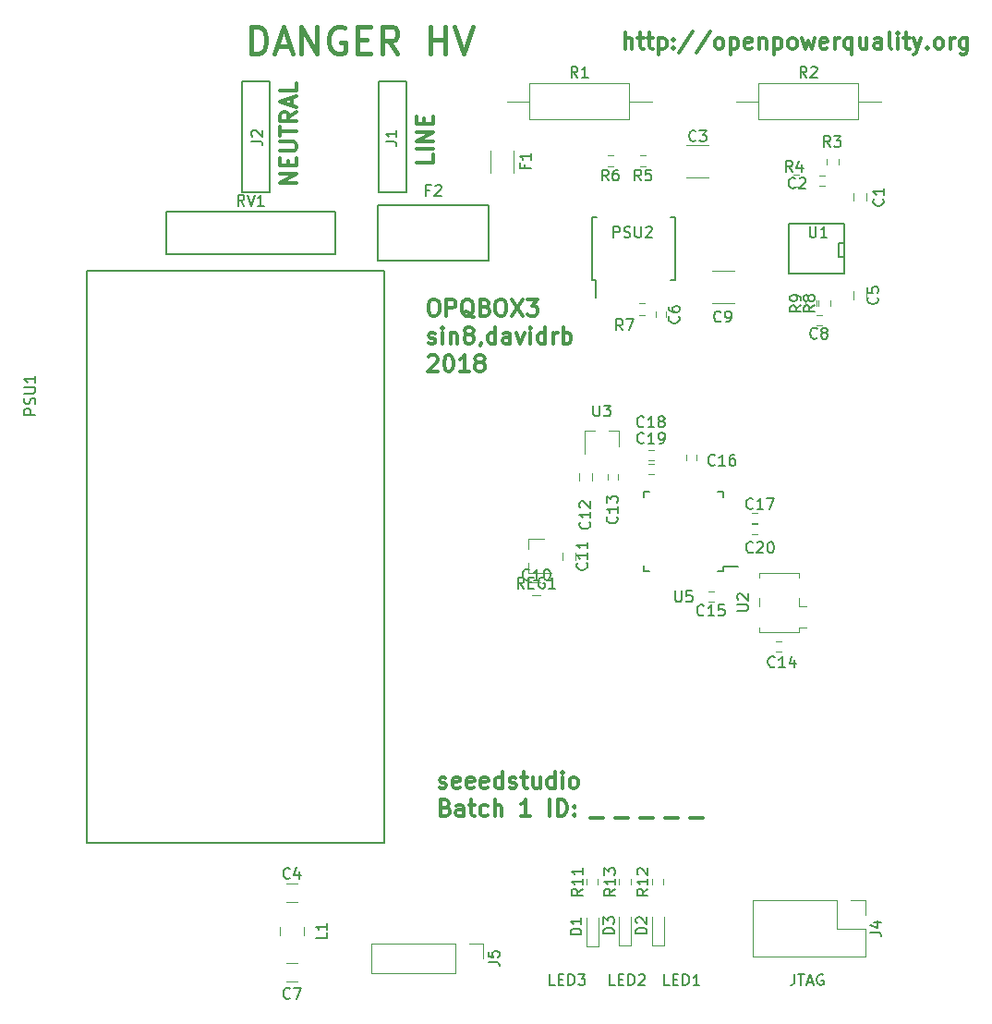
<source format=gbr>
G04 #@! TF.FileFunction,Legend,Top*
%FSLAX46Y46*%
G04 Gerber Fmt 4.6, Leading zero omitted, Abs format (unit mm)*
G04 Created by KiCad (PCBNEW 4.0.7) date Wed May 16 13:08:39 2018*
%MOMM*%
%LPD*%
G01*
G04 APERTURE LIST*
%ADD10C,0.100000*%
%ADD11C,0.300000*%
%ADD12C,0.200000*%
%ADD13C,0.400000*%
%ADD14C,0.150000*%
%ADD15C,0.120000*%
G04 APERTURE END LIST*
D10*
D11*
X129285714Y-139332143D02*
X129428571Y-139403571D01*
X129714286Y-139403571D01*
X129857143Y-139332143D01*
X129928571Y-139189286D01*
X129928571Y-139117857D01*
X129857143Y-138975000D01*
X129714286Y-138903571D01*
X129500000Y-138903571D01*
X129357143Y-138832143D01*
X129285714Y-138689286D01*
X129285714Y-138617857D01*
X129357143Y-138475000D01*
X129500000Y-138403571D01*
X129714286Y-138403571D01*
X129857143Y-138475000D01*
X131142857Y-139332143D02*
X131000000Y-139403571D01*
X130714286Y-139403571D01*
X130571429Y-139332143D01*
X130500000Y-139189286D01*
X130500000Y-138617857D01*
X130571429Y-138475000D01*
X130714286Y-138403571D01*
X131000000Y-138403571D01*
X131142857Y-138475000D01*
X131214286Y-138617857D01*
X131214286Y-138760714D01*
X130500000Y-138903571D01*
X132428571Y-139332143D02*
X132285714Y-139403571D01*
X132000000Y-139403571D01*
X131857143Y-139332143D01*
X131785714Y-139189286D01*
X131785714Y-138617857D01*
X131857143Y-138475000D01*
X132000000Y-138403571D01*
X132285714Y-138403571D01*
X132428571Y-138475000D01*
X132500000Y-138617857D01*
X132500000Y-138760714D01*
X131785714Y-138903571D01*
X133714285Y-139332143D02*
X133571428Y-139403571D01*
X133285714Y-139403571D01*
X133142857Y-139332143D01*
X133071428Y-139189286D01*
X133071428Y-138617857D01*
X133142857Y-138475000D01*
X133285714Y-138403571D01*
X133571428Y-138403571D01*
X133714285Y-138475000D01*
X133785714Y-138617857D01*
X133785714Y-138760714D01*
X133071428Y-138903571D01*
X135071428Y-139403571D02*
X135071428Y-137903571D01*
X135071428Y-139332143D02*
X134928571Y-139403571D01*
X134642857Y-139403571D01*
X134499999Y-139332143D01*
X134428571Y-139260714D01*
X134357142Y-139117857D01*
X134357142Y-138689286D01*
X134428571Y-138546429D01*
X134499999Y-138475000D01*
X134642857Y-138403571D01*
X134928571Y-138403571D01*
X135071428Y-138475000D01*
X135714285Y-139332143D02*
X135857142Y-139403571D01*
X136142857Y-139403571D01*
X136285714Y-139332143D01*
X136357142Y-139189286D01*
X136357142Y-139117857D01*
X136285714Y-138975000D01*
X136142857Y-138903571D01*
X135928571Y-138903571D01*
X135785714Y-138832143D01*
X135714285Y-138689286D01*
X135714285Y-138617857D01*
X135785714Y-138475000D01*
X135928571Y-138403571D01*
X136142857Y-138403571D01*
X136285714Y-138475000D01*
X136785714Y-138403571D02*
X137357143Y-138403571D01*
X137000000Y-137903571D02*
X137000000Y-139189286D01*
X137071428Y-139332143D01*
X137214286Y-139403571D01*
X137357143Y-139403571D01*
X138500000Y-138403571D02*
X138500000Y-139403571D01*
X137857143Y-138403571D02*
X137857143Y-139189286D01*
X137928571Y-139332143D01*
X138071429Y-139403571D01*
X138285714Y-139403571D01*
X138428571Y-139332143D01*
X138500000Y-139260714D01*
X139857143Y-139403571D02*
X139857143Y-137903571D01*
X139857143Y-139332143D02*
X139714286Y-139403571D01*
X139428572Y-139403571D01*
X139285714Y-139332143D01*
X139214286Y-139260714D01*
X139142857Y-139117857D01*
X139142857Y-138689286D01*
X139214286Y-138546429D01*
X139285714Y-138475000D01*
X139428572Y-138403571D01*
X139714286Y-138403571D01*
X139857143Y-138475000D01*
X140571429Y-139403571D02*
X140571429Y-138403571D01*
X140571429Y-137903571D02*
X140500000Y-137975000D01*
X140571429Y-138046429D01*
X140642857Y-137975000D01*
X140571429Y-137903571D01*
X140571429Y-138046429D01*
X141500001Y-139403571D02*
X141357143Y-139332143D01*
X141285715Y-139260714D01*
X141214286Y-139117857D01*
X141214286Y-138689286D01*
X141285715Y-138546429D01*
X141357143Y-138475000D01*
X141500001Y-138403571D01*
X141714286Y-138403571D01*
X141857143Y-138475000D01*
X141928572Y-138546429D01*
X142000001Y-138689286D01*
X142000001Y-139117857D01*
X141928572Y-139260714D01*
X141857143Y-139332143D01*
X141714286Y-139403571D01*
X141500001Y-139403571D01*
X129857143Y-141167857D02*
X130071429Y-141239286D01*
X130142857Y-141310714D01*
X130214286Y-141453571D01*
X130214286Y-141667857D01*
X130142857Y-141810714D01*
X130071429Y-141882143D01*
X129928571Y-141953571D01*
X129357143Y-141953571D01*
X129357143Y-140453571D01*
X129857143Y-140453571D01*
X130000000Y-140525000D01*
X130071429Y-140596429D01*
X130142857Y-140739286D01*
X130142857Y-140882143D01*
X130071429Y-141025000D01*
X130000000Y-141096429D01*
X129857143Y-141167857D01*
X129357143Y-141167857D01*
X131500000Y-141953571D02*
X131500000Y-141167857D01*
X131428571Y-141025000D01*
X131285714Y-140953571D01*
X131000000Y-140953571D01*
X130857143Y-141025000D01*
X131500000Y-141882143D02*
X131357143Y-141953571D01*
X131000000Y-141953571D01*
X130857143Y-141882143D01*
X130785714Y-141739286D01*
X130785714Y-141596429D01*
X130857143Y-141453571D01*
X131000000Y-141382143D01*
X131357143Y-141382143D01*
X131500000Y-141310714D01*
X132000000Y-140953571D02*
X132571429Y-140953571D01*
X132214286Y-140453571D02*
X132214286Y-141739286D01*
X132285714Y-141882143D01*
X132428572Y-141953571D01*
X132571429Y-141953571D01*
X133714286Y-141882143D02*
X133571429Y-141953571D01*
X133285715Y-141953571D01*
X133142857Y-141882143D01*
X133071429Y-141810714D01*
X133000000Y-141667857D01*
X133000000Y-141239286D01*
X133071429Y-141096429D01*
X133142857Y-141025000D01*
X133285715Y-140953571D01*
X133571429Y-140953571D01*
X133714286Y-141025000D01*
X134357143Y-141953571D02*
X134357143Y-140453571D01*
X135000000Y-141953571D02*
X135000000Y-141167857D01*
X134928571Y-141025000D01*
X134785714Y-140953571D01*
X134571429Y-140953571D01*
X134428571Y-141025000D01*
X134357143Y-141096429D01*
X137642857Y-141953571D02*
X136785714Y-141953571D01*
X137214286Y-141953571D02*
X137214286Y-140453571D01*
X137071429Y-140667857D01*
X136928571Y-140810714D01*
X136785714Y-140882143D01*
X139428571Y-141953571D02*
X139428571Y-140453571D01*
X140142857Y-141953571D02*
X140142857Y-140453571D01*
X140500000Y-140453571D01*
X140714285Y-140525000D01*
X140857143Y-140667857D01*
X140928571Y-140810714D01*
X141000000Y-141096429D01*
X141000000Y-141310714D01*
X140928571Y-141596429D01*
X140857143Y-141739286D01*
X140714285Y-141882143D01*
X140500000Y-141953571D01*
X140142857Y-141953571D01*
X141642857Y-141810714D02*
X141714285Y-141882143D01*
X141642857Y-141953571D01*
X141571428Y-141882143D01*
X141642857Y-141810714D01*
X141642857Y-141953571D01*
X141642857Y-141025000D02*
X141714285Y-141096429D01*
X141642857Y-141167857D01*
X141571428Y-141096429D01*
X141642857Y-141025000D01*
X141642857Y-141167857D01*
X143142857Y-142096429D02*
X144285714Y-142096429D01*
X145428571Y-142096429D02*
X146571428Y-142096429D01*
X147714285Y-142096429D02*
X148857142Y-142096429D01*
X149999999Y-142096429D02*
X151142856Y-142096429D01*
X152285713Y-142096429D02*
X153428570Y-142096429D01*
D12*
X139880953Y-157452381D02*
X139404762Y-157452381D01*
X139404762Y-156452381D01*
X140214286Y-156928571D02*
X140547620Y-156928571D01*
X140690477Y-157452381D02*
X140214286Y-157452381D01*
X140214286Y-156452381D01*
X140690477Y-156452381D01*
X141119048Y-157452381D02*
X141119048Y-156452381D01*
X141357143Y-156452381D01*
X141500001Y-156500000D01*
X141595239Y-156595238D01*
X141642858Y-156690476D01*
X141690477Y-156880952D01*
X141690477Y-157023810D01*
X141642858Y-157214286D01*
X141595239Y-157309524D01*
X141500001Y-157404762D01*
X141357143Y-157452381D01*
X141119048Y-157452381D01*
X142023810Y-156452381D02*
X142642858Y-156452381D01*
X142309524Y-156833333D01*
X142452382Y-156833333D01*
X142547620Y-156880952D01*
X142595239Y-156928571D01*
X142642858Y-157023810D01*
X142642858Y-157261905D01*
X142595239Y-157357143D01*
X142547620Y-157404762D01*
X142452382Y-157452381D01*
X142166667Y-157452381D01*
X142071429Y-157404762D01*
X142023810Y-157357143D01*
X145380953Y-157452381D02*
X144904762Y-157452381D01*
X144904762Y-156452381D01*
X145714286Y-156928571D02*
X146047620Y-156928571D01*
X146190477Y-157452381D02*
X145714286Y-157452381D01*
X145714286Y-156452381D01*
X146190477Y-156452381D01*
X146619048Y-157452381D02*
X146619048Y-156452381D01*
X146857143Y-156452381D01*
X147000001Y-156500000D01*
X147095239Y-156595238D01*
X147142858Y-156690476D01*
X147190477Y-156880952D01*
X147190477Y-157023810D01*
X147142858Y-157214286D01*
X147095239Y-157309524D01*
X147000001Y-157404762D01*
X146857143Y-157452381D01*
X146619048Y-157452381D01*
X147571429Y-156547619D02*
X147619048Y-156500000D01*
X147714286Y-156452381D01*
X147952382Y-156452381D01*
X148047620Y-156500000D01*
X148095239Y-156547619D01*
X148142858Y-156642857D01*
X148142858Y-156738095D01*
X148095239Y-156880952D01*
X147523810Y-157452381D01*
X148142858Y-157452381D01*
X150380953Y-157452381D02*
X149904762Y-157452381D01*
X149904762Y-156452381D01*
X150714286Y-156928571D02*
X151047620Y-156928571D01*
X151190477Y-157452381D02*
X150714286Y-157452381D01*
X150714286Y-156452381D01*
X151190477Y-156452381D01*
X151619048Y-157452381D02*
X151619048Y-156452381D01*
X151857143Y-156452381D01*
X152000001Y-156500000D01*
X152095239Y-156595238D01*
X152142858Y-156690476D01*
X152190477Y-156880952D01*
X152190477Y-157023810D01*
X152142858Y-157214286D01*
X152095239Y-157309524D01*
X152000001Y-157404762D01*
X151857143Y-157452381D01*
X151619048Y-157452381D01*
X153142858Y-157452381D02*
X152571429Y-157452381D01*
X152857143Y-157452381D02*
X152857143Y-156452381D01*
X152761905Y-156595238D01*
X152666667Y-156690476D01*
X152571429Y-156738095D01*
X161833334Y-156452381D02*
X161833334Y-157166667D01*
X161785714Y-157309524D01*
X161690476Y-157404762D01*
X161547619Y-157452381D01*
X161452381Y-157452381D01*
X162166667Y-156452381D02*
X162738096Y-156452381D01*
X162452381Y-157452381D02*
X162452381Y-156452381D01*
X163023810Y-157166667D02*
X163500001Y-157166667D01*
X162928572Y-157452381D02*
X163261905Y-156452381D01*
X163595239Y-157452381D01*
X164452382Y-156500000D02*
X164357144Y-156452381D01*
X164214287Y-156452381D01*
X164071429Y-156500000D01*
X163976191Y-156595238D01*
X163928572Y-156690476D01*
X163880953Y-156880952D01*
X163880953Y-157023810D01*
X163928572Y-157214286D01*
X163976191Y-157309524D01*
X164071429Y-157404762D01*
X164214287Y-157452381D01*
X164309525Y-157452381D01*
X164452382Y-157404762D01*
X164500001Y-157357143D01*
X164500001Y-157023810D01*
X164309525Y-157023810D01*
D13*
X112000000Y-72130952D02*
X112000000Y-69630952D01*
X112595238Y-69630952D01*
X112952381Y-69750000D01*
X113190476Y-69988095D01*
X113309524Y-70226190D01*
X113428572Y-70702381D01*
X113428572Y-71059524D01*
X113309524Y-71535714D01*
X113190476Y-71773810D01*
X112952381Y-72011905D01*
X112595238Y-72130952D01*
X112000000Y-72130952D01*
X114380952Y-71416667D02*
X115571429Y-71416667D01*
X114142857Y-72130952D02*
X114976191Y-69630952D01*
X115809524Y-72130952D01*
X116642857Y-72130952D02*
X116642857Y-69630952D01*
X118071429Y-72130952D01*
X118071429Y-69630952D01*
X120571429Y-69750000D02*
X120333334Y-69630952D01*
X119976191Y-69630952D01*
X119619048Y-69750000D01*
X119380953Y-69988095D01*
X119261905Y-70226190D01*
X119142857Y-70702381D01*
X119142857Y-71059524D01*
X119261905Y-71535714D01*
X119380953Y-71773810D01*
X119619048Y-72011905D01*
X119976191Y-72130952D01*
X120214286Y-72130952D01*
X120571429Y-72011905D01*
X120690477Y-71892857D01*
X120690477Y-71059524D01*
X120214286Y-71059524D01*
X121761905Y-70821429D02*
X122595238Y-70821429D01*
X122952381Y-72130952D02*
X121761905Y-72130952D01*
X121761905Y-69630952D01*
X122952381Y-69630952D01*
X125452382Y-72130952D02*
X124619048Y-70940476D01*
X124023810Y-72130952D02*
X124023810Y-69630952D01*
X124976191Y-69630952D01*
X125214286Y-69750000D01*
X125333334Y-69869048D01*
X125452382Y-70107143D01*
X125452382Y-70464286D01*
X125333334Y-70702381D01*
X125214286Y-70821429D01*
X124976191Y-70940476D01*
X124023810Y-70940476D01*
X128428572Y-72130952D02*
X128428572Y-69630952D01*
X128428572Y-70821429D02*
X129857144Y-70821429D01*
X129857144Y-72130952D02*
X129857144Y-69630952D01*
X130690477Y-69630952D02*
X131523811Y-72130952D01*
X132357144Y-69630952D01*
D11*
X116178571Y-83964286D02*
X114678571Y-83964286D01*
X116178571Y-83107143D01*
X114678571Y-83107143D01*
X115392857Y-82392857D02*
X115392857Y-81892857D01*
X116178571Y-81678571D02*
X116178571Y-82392857D01*
X114678571Y-82392857D01*
X114678571Y-81678571D01*
X114678571Y-81035714D02*
X115892857Y-81035714D01*
X116035714Y-80964286D01*
X116107143Y-80892857D01*
X116178571Y-80750000D01*
X116178571Y-80464286D01*
X116107143Y-80321428D01*
X116035714Y-80250000D01*
X115892857Y-80178571D01*
X114678571Y-80178571D01*
X114678571Y-79678571D02*
X114678571Y-78821428D01*
X116178571Y-79249999D02*
X114678571Y-79249999D01*
X116178571Y-77464285D02*
X115464286Y-77964285D01*
X116178571Y-78321428D02*
X114678571Y-78321428D01*
X114678571Y-77750000D01*
X114750000Y-77607142D01*
X114821429Y-77535714D01*
X114964286Y-77464285D01*
X115178571Y-77464285D01*
X115321429Y-77535714D01*
X115392857Y-77607142D01*
X115464286Y-77750000D01*
X115464286Y-78321428D01*
X115750000Y-76892857D02*
X115750000Y-76178571D01*
X116178571Y-77035714D02*
X114678571Y-76535714D01*
X116178571Y-76035714D01*
X116178571Y-74821428D02*
X116178571Y-75535714D01*
X114678571Y-75535714D01*
X128678571Y-81357143D02*
X128678571Y-82071429D01*
X127178571Y-82071429D01*
X128678571Y-80857143D02*
X127178571Y-80857143D01*
X128678571Y-80142857D02*
X127178571Y-80142857D01*
X128678571Y-79285714D01*
X127178571Y-79285714D01*
X127892857Y-78571428D02*
X127892857Y-78071428D01*
X128678571Y-77857142D02*
X128678571Y-78571428D01*
X127178571Y-78571428D01*
X127178571Y-77857142D01*
X146321428Y-71678571D02*
X146321428Y-70178571D01*
X146964285Y-71678571D02*
X146964285Y-70892857D01*
X146892856Y-70750000D01*
X146749999Y-70678571D01*
X146535714Y-70678571D01*
X146392856Y-70750000D01*
X146321428Y-70821429D01*
X147464285Y-70678571D02*
X148035714Y-70678571D01*
X147678571Y-70178571D02*
X147678571Y-71464286D01*
X147749999Y-71607143D01*
X147892857Y-71678571D01*
X148035714Y-71678571D01*
X148321428Y-70678571D02*
X148892857Y-70678571D01*
X148535714Y-70178571D02*
X148535714Y-71464286D01*
X148607142Y-71607143D01*
X148750000Y-71678571D01*
X148892857Y-71678571D01*
X149392857Y-70678571D02*
X149392857Y-72178571D01*
X149392857Y-70750000D02*
X149535714Y-70678571D01*
X149821428Y-70678571D01*
X149964285Y-70750000D01*
X150035714Y-70821429D01*
X150107143Y-70964286D01*
X150107143Y-71392857D01*
X150035714Y-71535714D01*
X149964285Y-71607143D01*
X149821428Y-71678571D01*
X149535714Y-71678571D01*
X149392857Y-71607143D01*
X150750000Y-71535714D02*
X150821428Y-71607143D01*
X150750000Y-71678571D01*
X150678571Y-71607143D01*
X150750000Y-71535714D01*
X150750000Y-71678571D01*
X150750000Y-70750000D02*
X150821428Y-70821429D01*
X150750000Y-70892857D01*
X150678571Y-70821429D01*
X150750000Y-70750000D01*
X150750000Y-70892857D01*
X152535714Y-70107143D02*
X151250000Y-72035714D01*
X154107143Y-70107143D02*
X152821429Y-72035714D01*
X154821430Y-71678571D02*
X154678572Y-71607143D01*
X154607144Y-71535714D01*
X154535715Y-71392857D01*
X154535715Y-70964286D01*
X154607144Y-70821429D01*
X154678572Y-70750000D01*
X154821430Y-70678571D01*
X155035715Y-70678571D01*
X155178572Y-70750000D01*
X155250001Y-70821429D01*
X155321430Y-70964286D01*
X155321430Y-71392857D01*
X155250001Y-71535714D01*
X155178572Y-71607143D01*
X155035715Y-71678571D01*
X154821430Y-71678571D01*
X155964287Y-70678571D02*
X155964287Y-72178571D01*
X155964287Y-70750000D02*
X156107144Y-70678571D01*
X156392858Y-70678571D01*
X156535715Y-70750000D01*
X156607144Y-70821429D01*
X156678573Y-70964286D01*
X156678573Y-71392857D01*
X156607144Y-71535714D01*
X156535715Y-71607143D01*
X156392858Y-71678571D01*
X156107144Y-71678571D01*
X155964287Y-71607143D01*
X157892858Y-71607143D02*
X157750001Y-71678571D01*
X157464287Y-71678571D01*
X157321430Y-71607143D01*
X157250001Y-71464286D01*
X157250001Y-70892857D01*
X157321430Y-70750000D01*
X157464287Y-70678571D01*
X157750001Y-70678571D01*
X157892858Y-70750000D01*
X157964287Y-70892857D01*
X157964287Y-71035714D01*
X157250001Y-71178571D01*
X158607144Y-70678571D02*
X158607144Y-71678571D01*
X158607144Y-70821429D02*
X158678572Y-70750000D01*
X158821430Y-70678571D01*
X159035715Y-70678571D01*
X159178572Y-70750000D01*
X159250001Y-70892857D01*
X159250001Y-71678571D01*
X159964287Y-70678571D02*
X159964287Y-72178571D01*
X159964287Y-70750000D02*
X160107144Y-70678571D01*
X160392858Y-70678571D01*
X160535715Y-70750000D01*
X160607144Y-70821429D01*
X160678573Y-70964286D01*
X160678573Y-71392857D01*
X160607144Y-71535714D01*
X160535715Y-71607143D01*
X160392858Y-71678571D01*
X160107144Y-71678571D01*
X159964287Y-71607143D01*
X161535716Y-71678571D02*
X161392858Y-71607143D01*
X161321430Y-71535714D01*
X161250001Y-71392857D01*
X161250001Y-70964286D01*
X161321430Y-70821429D01*
X161392858Y-70750000D01*
X161535716Y-70678571D01*
X161750001Y-70678571D01*
X161892858Y-70750000D01*
X161964287Y-70821429D01*
X162035716Y-70964286D01*
X162035716Y-71392857D01*
X161964287Y-71535714D01*
X161892858Y-71607143D01*
X161750001Y-71678571D01*
X161535716Y-71678571D01*
X162535716Y-70678571D02*
X162821430Y-71678571D01*
X163107144Y-70964286D01*
X163392859Y-71678571D01*
X163678573Y-70678571D01*
X164821430Y-71607143D02*
X164678573Y-71678571D01*
X164392859Y-71678571D01*
X164250002Y-71607143D01*
X164178573Y-71464286D01*
X164178573Y-70892857D01*
X164250002Y-70750000D01*
X164392859Y-70678571D01*
X164678573Y-70678571D01*
X164821430Y-70750000D01*
X164892859Y-70892857D01*
X164892859Y-71035714D01*
X164178573Y-71178571D01*
X165535716Y-71678571D02*
X165535716Y-70678571D01*
X165535716Y-70964286D02*
X165607144Y-70821429D01*
X165678573Y-70750000D01*
X165821430Y-70678571D01*
X165964287Y-70678571D01*
X167107144Y-70678571D02*
X167107144Y-72178571D01*
X167107144Y-71607143D02*
X166964287Y-71678571D01*
X166678573Y-71678571D01*
X166535715Y-71607143D01*
X166464287Y-71535714D01*
X166392858Y-71392857D01*
X166392858Y-70964286D01*
X166464287Y-70821429D01*
X166535715Y-70750000D01*
X166678573Y-70678571D01*
X166964287Y-70678571D01*
X167107144Y-70750000D01*
X168464287Y-70678571D02*
X168464287Y-71678571D01*
X167821430Y-70678571D02*
X167821430Y-71464286D01*
X167892858Y-71607143D01*
X168035716Y-71678571D01*
X168250001Y-71678571D01*
X168392858Y-71607143D01*
X168464287Y-71535714D01*
X169821430Y-71678571D02*
X169821430Y-70892857D01*
X169750001Y-70750000D01*
X169607144Y-70678571D01*
X169321430Y-70678571D01*
X169178573Y-70750000D01*
X169821430Y-71607143D02*
X169678573Y-71678571D01*
X169321430Y-71678571D01*
X169178573Y-71607143D01*
X169107144Y-71464286D01*
X169107144Y-71321429D01*
X169178573Y-71178571D01*
X169321430Y-71107143D01*
X169678573Y-71107143D01*
X169821430Y-71035714D01*
X170750002Y-71678571D02*
X170607144Y-71607143D01*
X170535716Y-71464286D01*
X170535716Y-70178571D01*
X171321430Y-71678571D02*
X171321430Y-70678571D01*
X171321430Y-70178571D02*
X171250001Y-70250000D01*
X171321430Y-70321429D01*
X171392858Y-70250000D01*
X171321430Y-70178571D01*
X171321430Y-70321429D01*
X171821430Y-70678571D02*
X172392859Y-70678571D01*
X172035716Y-70178571D02*
X172035716Y-71464286D01*
X172107144Y-71607143D01*
X172250002Y-71678571D01*
X172392859Y-71678571D01*
X172750002Y-70678571D02*
X173107145Y-71678571D01*
X173464287Y-70678571D02*
X173107145Y-71678571D01*
X172964287Y-72035714D01*
X172892859Y-72107143D01*
X172750002Y-72178571D01*
X174035716Y-71535714D02*
X174107144Y-71607143D01*
X174035716Y-71678571D01*
X173964287Y-71607143D01*
X174035716Y-71535714D01*
X174035716Y-71678571D01*
X174964288Y-71678571D02*
X174821430Y-71607143D01*
X174750002Y-71535714D01*
X174678573Y-71392857D01*
X174678573Y-70964286D01*
X174750002Y-70821429D01*
X174821430Y-70750000D01*
X174964288Y-70678571D01*
X175178573Y-70678571D01*
X175321430Y-70750000D01*
X175392859Y-70821429D01*
X175464288Y-70964286D01*
X175464288Y-71392857D01*
X175392859Y-71535714D01*
X175321430Y-71607143D01*
X175178573Y-71678571D01*
X174964288Y-71678571D01*
X176107145Y-71678571D02*
X176107145Y-70678571D01*
X176107145Y-70964286D02*
X176178573Y-70821429D01*
X176250002Y-70750000D01*
X176392859Y-70678571D01*
X176535716Y-70678571D01*
X177678573Y-70678571D02*
X177678573Y-71892857D01*
X177607144Y-72035714D01*
X177535716Y-72107143D01*
X177392859Y-72178571D01*
X177178573Y-72178571D01*
X177035716Y-72107143D01*
X177678573Y-71607143D02*
X177535716Y-71678571D01*
X177250002Y-71678571D01*
X177107144Y-71607143D01*
X177035716Y-71535714D01*
X176964287Y-71392857D01*
X176964287Y-70964286D01*
X177035716Y-70821429D01*
X177107144Y-70750000D01*
X177250002Y-70678571D01*
X177535716Y-70678571D01*
X177678573Y-70750000D01*
X128642857Y-94628571D02*
X128928571Y-94628571D01*
X129071429Y-94700000D01*
X129214286Y-94842857D01*
X129285714Y-95128571D01*
X129285714Y-95628571D01*
X129214286Y-95914286D01*
X129071429Y-96057143D01*
X128928571Y-96128571D01*
X128642857Y-96128571D01*
X128500000Y-96057143D01*
X128357143Y-95914286D01*
X128285714Y-95628571D01*
X128285714Y-95128571D01*
X128357143Y-94842857D01*
X128500000Y-94700000D01*
X128642857Y-94628571D01*
X129928572Y-96128571D02*
X129928572Y-94628571D01*
X130500000Y-94628571D01*
X130642858Y-94700000D01*
X130714286Y-94771429D01*
X130785715Y-94914286D01*
X130785715Y-95128571D01*
X130714286Y-95271429D01*
X130642858Y-95342857D01*
X130500000Y-95414286D01*
X129928572Y-95414286D01*
X132428572Y-96271429D02*
X132285715Y-96200000D01*
X132142858Y-96057143D01*
X131928572Y-95842857D01*
X131785715Y-95771429D01*
X131642858Y-95771429D01*
X131714286Y-96128571D02*
X131571429Y-96057143D01*
X131428572Y-95914286D01*
X131357143Y-95628571D01*
X131357143Y-95128571D01*
X131428572Y-94842857D01*
X131571429Y-94700000D01*
X131714286Y-94628571D01*
X132000000Y-94628571D01*
X132142858Y-94700000D01*
X132285715Y-94842857D01*
X132357143Y-95128571D01*
X132357143Y-95628571D01*
X132285715Y-95914286D01*
X132142858Y-96057143D01*
X132000000Y-96128571D01*
X131714286Y-96128571D01*
X133500001Y-95342857D02*
X133714287Y-95414286D01*
X133785715Y-95485714D01*
X133857144Y-95628571D01*
X133857144Y-95842857D01*
X133785715Y-95985714D01*
X133714287Y-96057143D01*
X133571429Y-96128571D01*
X133000001Y-96128571D01*
X133000001Y-94628571D01*
X133500001Y-94628571D01*
X133642858Y-94700000D01*
X133714287Y-94771429D01*
X133785715Y-94914286D01*
X133785715Y-95057143D01*
X133714287Y-95200000D01*
X133642858Y-95271429D01*
X133500001Y-95342857D01*
X133000001Y-95342857D01*
X134785715Y-94628571D02*
X135071429Y-94628571D01*
X135214287Y-94700000D01*
X135357144Y-94842857D01*
X135428572Y-95128571D01*
X135428572Y-95628571D01*
X135357144Y-95914286D01*
X135214287Y-96057143D01*
X135071429Y-96128571D01*
X134785715Y-96128571D01*
X134642858Y-96057143D01*
X134500001Y-95914286D01*
X134428572Y-95628571D01*
X134428572Y-95128571D01*
X134500001Y-94842857D01*
X134642858Y-94700000D01*
X134785715Y-94628571D01*
X135928573Y-94628571D02*
X136928573Y-96128571D01*
X136928573Y-94628571D02*
X135928573Y-96128571D01*
X137357144Y-94628571D02*
X138285715Y-94628571D01*
X137785715Y-95200000D01*
X138000001Y-95200000D01*
X138142858Y-95271429D01*
X138214287Y-95342857D01*
X138285715Y-95485714D01*
X138285715Y-95842857D01*
X138214287Y-95985714D01*
X138142858Y-96057143D01*
X138000001Y-96128571D01*
X137571429Y-96128571D01*
X137428572Y-96057143D01*
X137357144Y-95985714D01*
X128285714Y-98607143D02*
X128428571Y-98678571D01*
X128714286Y-98678571D01*
X128857143Y-98607143D01*
X128928571Y-98464286D01*
X128928571Y-98392857D01*
X128857143Y-98250000D01*
X128714286Y-98178571D01*
X128500000Y-98178571D01*
X128357143Y-98107143D01*
X128285714Y-97964286D01*
X128285714Y-97892857D01*
X128357143Y-97750000D01*
X128500000Y-97678571D01*
X128714286Y-97678571D01*
X128857143Y-97750000D01*
X129571429Y-98678571D02*
X129571429Y-97678571D01*
X129571429Y-97178571D02*
X129500000Y-97250000D01*
X129571429Y-97321429D01*
X129642857Y-97250000D01*
X129571429Y-97178571D01*
X129571429Y-97321429D01*
X130285715Y-97678571D02*
X130285715Y-98678571D01*
X130285715Y-97821429D02*
X130357143Y-97750000D01*
X130500001Y-97678571D01*
X130714286Y-97678571D01*
X130857143Y-97750000D01*
X130928572Y-97892857D01*
X130928572Y-98678571D01*
X131857144Y-97821429D02*
X131714286Y-97750000D01*
X131642858Y-97678571D01*
X131571429Y-97535714D01*
X131571429Y-97464286D01*
X131642858Y-97321429D01*
X131714286Y-97250000D01*
X131857144Y-97178571D01*
X132142858Y-97178571D01*
X132285715Y-97250000D01*
X132357144Y-97321429D01*
X132428572Y-97464286D01*
X132428572Y-97535714D01*
X132357144Y-97678571D01*
X132285715Y-97750000D01*
X132142858Y-97821429D01*
X131857144Y-97821429D01*
X131714286Y-97892857D01*
X131642858Y-97964286D01*
X131571429Y-98107143D01*
X131571429Y-98392857D01*
X131642858Y-98535714D01*
X131714286Y-98607143D01*
X131857144Y-98678571D01*
X132142858Y-98678571D01*
X132285715Y-98607143D01*
X132357144Y-98535714D01*
X132428572Y-98392857D01*
X132428572Y-98107143D01*
X132357144Y-97964286D01*
X132285715Y-97892857D01*
X132142858Y-97821429D01*
X133142857Y-98607143D02*
X133142857Y-98678571D01*
X133071429Y-98821429D01*
X133000000Y-98892857D01*
X134428572Y-98678571D02*
X134428572Y-97178571D01*
X134428572Y-98607143D02*
X134285715Y-98678571D01*
X134000001Y-98678571D01*
X133857143Y-98607143D01*
X133785715Y-98535714D01*
X133714286Y-98392857D01*
X133714286Y-97964286D01*
X133785715Y-97821429D01*
X133857143Y-97750000D01*
X134000001Y-97678571D01*
X134285715Y-97678571D01*
X134428572Y-97750000D01*
X135785715Y-98678571D02*
X135785715Y-97892857D01*
X135714286Y-97750000D01*
X135571429Y-97678571D01*
X135285715Y-97678571D01*
X135142858Y-97750000D01*
X135785715Y-98607143D02*
X135642858Y-98678571D01*
X135285715Y-98678571D01*
X135142858Y-98607143D01*
X135071429Y-98464286D01*
X135071429Y-98321429D01*
X135142858Y-98178571D01*
X135285715Y-98107143D01*
X135642858Y-98107143D01*
X135785715Y-98035714D01*
X136357144Y-97678571D02*
X136714287Y-98678571D01*
X137071429Y-97678571D01*
X137642858Y-98678571D02*
X137642858Y-97678571D01*
X137642858Y-97178571D02*
X137571429Y-97250000D01*
X137642858Y-97321429D01*
X137714286Y-97250000D01*
X137642858Y-97178571D01*
X137642858Y-97321429D01*
X139000001Y-98678571D02*
X139000001Y-97178571D01*
X139000001Y-98607143D02*
X138857144Y-98678571D01*
X138571430Y-98678571D01*
X138428572Y-98607143D01*
X138357144Y-98535714D01*
X138285715Y-98392857D01*
X138285715Y-97964286D01*
X138357144Y-97821429D01*
X138428572Y-97750000D01*
X138571430Y-97678571D01*
X138857144Y-97678571D01*
X139000001Y-97750000D01*
X139714287Y-98678571D02*
X139714287Y-97678571D01*
X139714287Y-97964286D02*
X139785715Y-97821429D01*
X139857144Y-97750000D01*
X140000001Y-97678571D01*
X140142858Y-97678571D01*
X140642858Y-98678571D02*
X140642858Y-97178571D01*
X140642858Y-97750000D02*
X140785715Y-97678571D01*
X141071429Y-97678571D01*
X141214286Y-97750000D01*
X141285715Y-97821429D01*
X141357144Y-97964286D01*
X141357144Y-98392857D01*
X141285715Y-98535714D01*
X141214286Y-98607143D01*
X141071429Y-98678571D01*
X140785715Y-98678571D01*
X140642858Y-98607143D01*
X128285714Y-99871429D02*
X128357143Y-99800000D01*
X128500000Y-99728571D01*
X128857143Y-99728571D01*
X129000000Y-99800000D01*
X129071429Y-99871429D01*
X129142857Y-100014286D01*
X129142857Y-100157143D01*
X129071429Y-100371429D01*
X128214286Y-101228571D01*
X129142857Y-101228571D01*
X130071428Y-99728571D02*
X130214285Y-99728571D01*
X130357142Y-99800000D01*
X130428571Y-99871429D01*
X130500000Y-100014286D01*
X130571428Y-100300000D01*
X130571428Y-100657143D01*
X130500000Y-100942857D01*
X130428571Y-101085714D01*
X130357142Y-101157143D01*
X130214285Y-101228571D01*
X130071428Y-101228571D01*
X129928571Y-101157143D01*
X129857142Y-101085714D01*
X129785714Y-100942857D01*
X129714285Y-100657143D01*
X129714285Y-100300000D01*
X129785714Y-100014286D01*
X129857142Y-99871429D01*
X129928571Y-99800000D01*
X130071428Y-99728571D01*
X131999999Y-101228571D02*
X131142856Y-101228571D01*
X131571428Y-101228571D02*
X131571428Y-99728571D01*
X131428571Y-99942857D01*
X131285713Y-100085714D01*
X131142856Y-100157143D01*
X132857142Y-100371429D02*
X132714284Y-100300000D01*
X132642856Y-100228571D01*
X132571427Y-100085714D01*
X132571427Y-100014286D01*
X132642856Y-99871429D01*
X132714284Y-99800000D01*
X132857142Y-99728571D01*
X133142856Y-99728571D01*
X133285713Y-99800000D01*
X133357142Y-99871429D01*
X133428570Y-100014286D01*
X133428570Y-100085714D01*
X133357142Y-100228571D01*
X133285713Y-100300000D01*
X133142856Y-100371429D01*
X132857142Y-100371429D01*
X132714284Y-100442857D01*
X132642856Y-100514286D01*
X132571427Y-100657143D01*
X132571427Y-100942857D01*
X132642856Y-101085714D01*
X132714284Y-101157143D01*
X132857142Y-101228571D01*
X133142856Y-101228571D01*
X133285713Y-101157143D01*
X133357142Y-101085714D01*
X133428570Y-100942857D01*
X133428570Y-100657143D01*
X133357142Y-100514286D01*
X133285713Y-100442857D01*
X133142856Y-100371429D01*
D14*
X119750000Y-86600000D02*
X104250000Y-86600000D01*
X119750000Y-90500000D02*
X104250000Y-90500000D01*
X104250000Y-90500000D02*
X104250000Y-86600000D01*
X119750000Y-90500000D02*
X119750000Y-86600000D01*
D15*
X158620000Y-120080000D02*
X158620000Y-119690000D01*
X158620000Y-119690000D02*
X162220000Y-119690000D01*
X162220000Y-119690000D02*
X162220000Y-120080000D01*
X158620000Y-122760000D02*
X158620000Y-122020000D01*
X162920000Y-124700000D02*
X162220000Y-124700000D01*
X162220000Y-124700000D02*
X162220000Y-125090000D01*
X162220000Y-125090000D02*
X158620000Y-125090000D01*
X158620000Y-125090000D02*
X158620000Y-124700000D01*
X162220000Y-122020000D02*
X162220000Y-122760000D01*
X162220000Y-122760000D02*
X162920000Y-122760000D01*
D14*
X143255000Y-92885000D02*
X143605000Y-92885000D01*
X143255000Y-87135000D02*
X143705000Y-87135000D01*
X150905000Y-87135000D02*
X150455000Y-87135000D01*
X150905000Y-92885000D02*
X150455000Y-92885000D01*
X143255000Y-92885000D02*
X143255000Y-87135000D01*
X150905000Y-92885000D02*
X150905000Y-87135000D01*
X143605000Y-92885000D02*
X143605000Y-94485000D01*
D15*
X167230000Y-85610000D02*
X167230000Y-84910000D01*
X168430000Y-84910000D02*
X168430000Y-85610000D01*
X164080000Y-84230000D02*
X164580000Y-84230000D01*
X164580000Y-83290000D02*
X164080000Y-83290000D01*
X153954000Y-80464000D02*
X151954000Y-80464000D01*
X151954000Y-83424000D02*
X153954000Y-83424000D01*
X116250000Y-148150000D02*
X115250000Y-148150000D01*
X115250000Y-149850000D02*
X116250000Y-149850000D01*
X168430000Y-93910000D02*
X168430000Y-94610000D01*
X167230000Y-94610000D02*
X167230000Y-93910000D01*
X150050000Y-96260000D02*
X150050000Y-95760000D01*
X149110000Y-95760000D02*
X149110000Y-96260000D01*
X116250000Y-155400000D02*
X115250000Y-155400000D01*
X115250000Y-157100000D02*
X116250000Y-157100000D01*
X163830000Y-96980000D02*
X164330000Y-96980000D01*
X164330000Y-96040000D02*
X163830000Y-96040000D01*
X156330000Y-92030000D02*
X154330000Y-92030000D01*
X154330000Y-94990000D02*
X156330000Y-94990000D01*
X143270000Y-110540000D02*
X143270000Y-111240000D01*
X142070000Y-111240000D02*
X142070000Y-110540000D01*
X145640000Y-111140000D02*
X145640000Y-110640000D01*
X144700000Y-110640000D02*
X144700000Y-111140000D01*
X160670000Y-125920000D02*
X160170000Y-125920000D01*
X160170000Y-126860000D02*
X160670000Y-126860000D01*
X153920000Y-122360000D02*
X154420000Y-122360000D01*
X154420000Y-121420000D02*
X153920000Y-121420000D01*
X151950000Y-108890000D02*
X151950000Y-109390000D01*
X152890000Y-109390000D02*
X152890000Y-108890000D01*
X158420000Y-114170000D02*
X157920000Y-114170000D01*
X157920000Y-115110000D02*
X158420000Y-115110000D01*
X148920000Y-108420000D02*
X148420000Y-108420000D01*
X148420000Y-109360000D02*
X148920000Y-109360000D01*
X148920000Y-109670000D02*
X148420000Y-109670000D01*
X148420000Y-110610000D02*
X148920000Y-110610000D01*
X158420000Y-115170000D02*
X157920000Y-115170000D01*
X157920000Y-116110000D02*
X158420000Y-116110000D01*
X142750000Y-153900000D02*
X143850000Y-153900000D01*
X143850000Y-153900000D02*
X143850000Y-151300000D01*
X142750000Y-153900000D02*
X142750000Y-151300000D01*
X148750000Y-153800000D02*
X149850000Y-153800000D01*
X149850000Y-153800000D02*
X149850000Y-151200000D01*
X148750000Y-153800000D02*
X148750000Y-151200000D01*
X145750000Y-153800000D02*
X146850000Y-153800000D01*
X146850000Y-153800000D02*
X146850000Y-151200000D01*
X145750000Y-153800000D02*
X145750000Y-151200000D01*
X133930000Y-83000000D02*
X133930000Y-81000000D01*
X136070000Y-81000000D02*
X136070000Y-83000000D01*
D14*
X133830000Y-91040000D02*
X123670000Y-91040000D01*
X123670000Y-91040000D02*
X123670000Y-85960000D01*
X123670000Y-85960000D02*
X133830000Y-85960000D01*
X133830000Y-85960000D02*
X133830000Y-91040000D01*
X123730000Y-83560000D02*
X123730000Y-75940000D01*
X123730000Y-75940000D02*
X123730000Y-74670000D01*
X123730000Y-74670000D02*
X126270000Y-74670000D01*
X126270000Y-74670000D02*
X126270000Y-84830000D01*
X126270000Y-84830000D02*
X123730000Y-84830000D01*
X123730000Y-84830000D02*
X123730000Y-83560000D01*
X111230000Y-83560000D02*
X111230000Y-75940000D01*
X111230000Y-75940000D02*
X111230000Y-74670000D01*
X111230000Y-74670000D02*
X113770000Y-74670000D01*
X113770000Y-74670000D02*
X113770000Y-84830000D01*
X113770000Y-84830000D02*
X111230000Y-84830000D01*
X111230000Y-84830000D02*
X111230000Y-83560000D01*
D15*
X123050000Y-153670000D02*
X123050000Y-156330000D01*
X130730000Y-153670000D02*
X123050000Y-153670000D01*
X130730000Y-156330000D02*
X123050000Y-156330000D01*
X130730000Y-153670000D02*
X130730000Y-156330000D01*
X132000000Y-153670000D02*
X133330000Y-153670000D01*
X133330000Y-153670000D02*
X133330000Y-155000000D01*
X116850000Y-152150000D02*
X116850000Y-152850000D01*
X114650000Y-152150000D02*
X114650000Y-152850000D01*
X164800000Y-81760000D02*
X164800000Y-82260000D01*
X165860000Y-82260000D02*
X165860000Y-81760000D01*
X161750000Y-84280000D02*
X162250000Y-84280000D01*
X162250000Y-83220000D02*
X161750000Y-83220000D01*
X147704000Y-82474000D02*
X148204000Y-82474000D01*
X148204000Y-81414000D02*
X147704000Y-81414000D01*
X144704000Y-82474000D02*
X145204000Y-82474000D01*
X145204000Y-81414000D02*
X144704000Y-81414000D01*
X147580000Y-96040000D02*
X148080000Y-96040000D01*
X148080000Y-94980000D02*
X147580000Y-94980000D01*
X164050000Y-94760000D02*
X164050000Y-95260000D01*
X165110000Y-95260000D02*
X165110000Y-94760000D01*
X162800000Y-94760000D02*
X162800000Y-95260000D01*
X163860000Y-95260000D02*
X163860000Y-94760000D01*
X142770000Y-147750000D02*
X142770000Y-148250000D01*
X143830000Y-148250000D02*
X143830000Y-147750000D01*
X148770000Y-147750000D02*
X148770000Y-148250000D01*
X149830000Y-148250000D02*
X149830000Y-147750000D01*
X145770000Y-147750000D02*
X145770000Y-148250000D01*
X146830000Y-148250000D02*
X146830000Y-147750000D01*
D14*
X166370000Y-92296000D02*
X161290000Y-92296000D01*
X161290000Y-92296000D02*
X161290000Y-87724000D01*
X161290000Y-87724000D02*
X166370000Y-87724000D01*
X166370000Y-87724000D02*
X166370000Y-92296000D01*
X166370000Y-90772000D02*
X165862000Y-90772000D01*
X165862000Y-90772000D02*
X165862000Y-89502000D01*
X165862000Y-89502000D02*
X166370000Y-89502000D01*
D15*
X145750000Y-106630000D02*
X144820000Y-106630000D01*
X142590000Y-106630000D02*
X143520000Y-106630000D01*
X142590000Y-106630000D02*
X142590000Y-108790000D01*
X145750000Y-106630000D02*
X145750000Y-108090000D01*
D14*
X155295000Y-119515000D02*
X155295000Y-119065000D01*
X148045000Y-119515000D02*
X148045000Y-118990000D01*
X148045000Y-112265000D02*
X148045000Y-112790000D01*
X155295000Y-112265000D02*
X155295000Y-112790000D01*
X155295000Y-119515000D02*
X154770000Y-119515000D01*
X155295000Y-112265000D02*
X154770000Y-112265000D01*
X148045000Y-112265000D02*
X148570000Y-112265000D01*
X148045000Y-119515000D02*
X148570000Y-119515000D01*
X155295000Y-119065000D02*
X156670000Y-119065000D01*
D15*
X158560000Y-74840000D02*
X158560000Y-78160000D01*
X158560000Y-78160000D02*
X167680000Y-78160000D01*
X167680000Y-78160000D02*
X167680000Y-74840000D01*
X167680000Y-74840000D02*
X158560000Y-74840000D01*
X156480000Y-76500000D02*
X158560000Y-76500000D01*
X169760000Y-76500000D02*
X167680000Y-76500000D01*
X137560000Y-74840000D02*
X137560000Y-78160000D01*
X137560000Y-78160000D02*
X146680000Y-78160000D01*
X146680000Y-78160000D02*
X146680000Y-74840000D01*
X146680000Y-74840000D02*
X137560000Y-74840000D01*
X135480000Y-76500000D02*
X137560000Y-76500000D01*
X148760000Y-76500000D02*
X146680000Y-76500000D01*
X137820000Y-120540000D02*
X138520000Y-120540000D01*
X138520000Y-121740000D02*
X137820000Y-121740000D01*
X141770000Y-117790000D02*
X141770000Y-118490000D01*
X140570000Y-118490000D02*
X140570000Y-117790000D01*
X137410000Y-116560000D02*
X137410000Y-117490000D01*
X137410000Y-119720000D02*
X137410000Y-118790000D01*
X137410000Y-119720000D02*
X139570000Y-119720000D01*
X137410000Y-116560000D02*
X138870000Y-116560000D01*
X158050000Y-149670000D02*
X158050000Y-154870000D01*
X165730000Y-149670000D02*
X158050000Y-149670000D01*
X168330000Y-154870000D02*
X158050000Y-154870000D01*
X165730000Y-149670000D02*
X165730000Y-152270000D01*
X165730000Y-152270000D02*
X168330000Y-152270000D01*
X168330000Y-152270000D02*
X168330000Y-154870000D01*
X167000000Y-149670000D02*
X168330000Y-149670000D01*
X168330000Y-149670000D02*
X168330000Y-151000000D01*
D14*
X97000000Y-144450000D02*
X124200000Y-144450000D01*
X124200000Y-92050000D02*
X97000000Y-92050000D01*
X124200000Y-144450000D02*
X124200000Y-92050000D01*
X97000000Y-92050000D02*
X97000000Y-144450000D01*
X111404762Y-86052381D02*
X111071428Y-85576190D01*
X110833333Y-86052381D02*
X110833333Y-85052381D01*
X111214286Y-85052381D01*
X111309524Y-85100000D01*
X111357143Y-85147619D01*
X111404762Y-85242857D01*
X111404762Y-85385714D01*
X111357143Y-85480952D01*
X111309524Y-85528571D01*
X111214286Y-85576190D01*
X110833333Y-85576190D01*
X111690476Y-85052381D02*
X112023809Y-86052381D01*
X112357143Y-85052381D01*
X113214286Y-86052381D02*
X112642857Y-86052381D01*
X112928571Y-86052381D02*
X112928571Y-85052381D01*
X112833333Y-85195238D01*
X112738095Y-85290476D01*
X112642857Y-85338095D01*
X156572381Y-123151905D02*
X157381905Y-123151905D01*
X157477143Y-123104286D01*
X157524762Y-123056667D01*
X157572381Y-122961429D01*
X157572381Y-122770952D01*
X157524762Y-122675714D01*
X157477143Y-122628095D01*
X157381905Y-122580476D01*
X156572381Y-122580476D01*
X156667619Y-122151905D02*
X156620000Y-122104286D01*
X156572381Y-122009048D01*
X156572381Y-121770952D01*
X156620000Y-121675714D01*
X156667619Y-121628095D01*
X156762857Y-121580476D01*
X156858095Y-121580476D01*
X157000952Y-121628095D01*
X157572381Y-122199524D01*
X157572381Y-121580476D01*
X145261905Y-88952381D02*
X145261905Y-87952381D01*
X145642858Y-87952381D01*
X145738096Y-88000000D01*
X145785715Y-88047619D01*
X145833334Y-88142857D01*
X145833334Y-88285714D01*
X145785715Y-88380952D01*
X145738096Y-88428571D01*
X145642858Y-88476190D01*
X145261905Y-88476190D01*
X146214286Y-88904762D02*
X146357143Y-88952381D01*
X146595239Y-88952381D01*
X146690477Y-88904762D01*
X146738096Y-88857143D01*
X146785715Y-88761905D01*
X146785715Y-88666667D01*
X146738096Y-88571429D01*
X146690477Y-88523810D01*
X146595239Y-88476190D01*
X146404762Y-88428571D01*
X146309524Y-88380952D01*
X146261905Y-88333333D01*
X146214286Y-88238095D01*
X146214286Y-88142857D01*
X146261905Y-88047619D01*
X146309524Y-88000000D01*
X146404762Y-87952381D01*
X146642858Y-87952381D01*
X146785715Y-88000000D01*
X147214286Y-87952381D02*
X147214286Y-88761905D01*
X147261905Y-88857143D01*
X147309524Y-88904762D01*
X147404762Y-88952381D01*
X147595239Y-88952381D01*
X147690477Y-88904762D01*
X147738096Y-88857143D01*
X147785715Y-88761905D01*
X147785715Y-87952381D01*
X148214286Y-88047619D02*
X148261905Y-88000000D01*
X148357143Y-87952381D01*
X148595239Y-87952381D01*
X148690477Y-88000000D01*
X148738096Y-88047619D01*
X148785715Y-88142857D01*
X148785715Y-88238095D01*
X148738096Y-88380952D01*
X148166667Y-88952381D01*
X148785715Y-88952381D01*
X169937143Y-85426666D02*
X169984762Y-85474285D01*
X170032381Y-85617142D01*
X170032381Y-85712380D01*
X169984762Y-85855238D01*
X169889524Y-85950476D01*
X169794286Y-85998095D01*
X169603810Y-86045714D01*
X169460952Y-86045714D01*
X169270476Y-85998095D01*
X169175238Y-85950476D01*
X169080000Y-85855238D01*
X169032381Y-85712380D01*
X169032381Y-85617142D01*
X169080000Y-85474285D01*
X169127619Y-85426666D01*
X170032381Y-84474285D02*
X170032381Y-85045714D01*
X170032381Y-84760000D02*
X169032381Y-84760000D01*
X169175238Y-84855238D01*
X169270476Y-84950476D01*
X169318095Y-85045714D01*
X161913334Y-84367143D02*
X161865715Y-84414762D01*
X161722858Y-84462381D01*
X161627620Y-84462381D01*
X161484762Y-84414762D01*
X161389524Y-84319524D01*
X161341905Y-84224286D01*
X161294286Y-84033810D01*
X161294286Y-83890952D01*
X161341905Y-83700476D01*
X161389524Y-83605238D01*
X161484762Y-83510000D01*
X161627620Y-83462381D01*
X161722858Y-83462381D01*
X161865715Y-83510000D01*
X161913334Y-83557619D01*
X162294286Y-83557619D02*
X162341905Y-83510000D01*
X162437143Y-83462381D01*
X162675239Y-83462381D01*
X162770477Y-83510000D01*
X162818096Y-83557619D01*
X162865715Y-83652857D01*
X162865715Y-83748095D01*
X162818096Y-83890952D01*
X162246667Y-84462381D01*
X162865715Y-84462381D01*
X152787334Y-80051143D02*
X152739715Y-80098762D01*
X152596858Y-80146381D01*
X152501620Y-80146381D01*
X152358762Y-80098762D01*
X152263524Y-80003524D01*
X152215905Y-79908286D01*
X152168286Y-79717810D01*
X152168286Y-79574952D01*
X152215905Y-79384476D01*
X152263524Y-79289238D01*
X152358762Y-79194000D01*
X152501620Y-79146381D01*
X152596858Y-79146381D01*
X152739715Y-79194000D01*
X152787334Y-79241619D01*
X153120667Y-79146381D02*
X153739715Y-79146381D01*
X153406381Y-79527333D01*
X153549239Y-79527333D01*
X153644477Y-79574952D01*
X153692096Y-79622571D01*
X153739715Y-79717810D01*
X153739715Y-79955905D01*
X153692096Y-80051143D01*
X153644477Y-80098762D01*
X153549239Y-80146381D01*
X153263524Y-80146381D01*
X153168286Y-80098762D01*
X153120667Y-80051143D01*
X115583334Y-147607143D02*
X115535715Y-147654762D01*
X115392858Y-147702381D01*
X115297620Y-147702381D01*
X115154762Y-147654762D01*
X115059524Y-147559524D01*
X115011905Y-147464286D01*
X114964286Y-147273810D01*
X114964286Y-147130952D01*
X115011905Y-146940476D01*
X115059524Y-146845238D01*
X115154762Y-146750000D01*
X115297620Y-146702381D01*
X115392858Y-146702381D01*
X115535715Y-146750000D01*
X115583334Y-146797619D01*
X116440477Y-147035714D02*
X116440477Y-147702381D01*
X116202381Y-146654762D02*
X115964286Y-147369048D01*
X116583334Y-147369048D01*
X169437143Y-94426666D02*
X169484762Y-94474285D01*
X169532381Y-94617142D01*
X169532381Y-94712380D01*
X169484762Y-94855238D01*
X169389524Y-94950476D01*
X169294286Y-94998095D01*
X169103810Y-95045714D01*
X168960952Y-95045714D01*
X168770476Y-94998095D01*
X168675238Y-94950476D01*
X168580000Y-94855238D01*
X168532381Y-94712380D01*
X168532381Y-94617142D01*
X168580000Y-94474285D01*
X168627619Y-94426666D01*
X168532381Y-93521904D02*
X168532381Y-93998095D01*
X169008571Y-94045714D01*
X168960952Y-93998095D01*
X168913333Y-93902857D01*
X168913333Y-93664761D01*
X168960952Y-93569523D01*
X169008571Y-93521904D01*
X169103810Y-93474285D01*
X169341905Y-93474285D01*
X169437143Y-93521904D01*
X169484762Y-93569523D01*
X169532381Y-93664761D01*
X169532381Y-93902857D01*
X169484762Y-93998095D01*
X169437143Y-94045714D01*
X151207143Y-96176666D02*
X151254762Y-96224285D01*
X151302381Y-96367142D01*
X151302381Y-96462380D01*
X151254762Y-96605238D01*
X151159524Y-96700476D01*
X151064286Y-96748095D01*
X150873810Y-96795714D01*
X150730952Y-96795714D01*
X150540476Y-96748095D01*
X150445238Y-96700476D01*
X150350000Y-96605238D01*
X150302381Y-96462380D01*
X150302381Y-96367142D01*
X150350000Y-96224285D01*
X150397619Y-96176666D01*
X150302381Y-95319523D02*
X150302381Y-95510000D01*
X150350000Y-95605238D01*
X150397619Y-95652857D01*
X150540476Y-95748095D01*
X150730952Y-95795714D01*
X151111905Y-95795714D01*
X151207143Y-95748095D01*
X151254762Y-95700476D01*
X151302381Y-95605238D01*
X151302381Y-95414761D01*
X151254762Y-95319523D01*
X151207143Y-95271904D01*
X151111905Y-95224285D01*
X150873810Y-95224285D01*
X150778571Y-95271904D01*
X150730952Y-95319523D01*
X150683333Y-95414761D01*
X150683333Y-95605238D01*
X150730952Y-95700476D01*
X150778571Y-95748095D01*
X150873810Y-95795714D01*
X115583334Y-158607143D02*
X115535715Y-158654762D01*
X115392858Y-158702381D01*
X115297620Y-158702381D01*
X115154762Y-158654762D01*
X115059524Y-158559524D01*
X115011905Y-158464286D01*
X114964286Y-158273810D01*
X114964286Y-158130952D01*
X115011905Y-157940476D01*
X115059524Y-157845238D01*
X115154762Y-157750000D01*
X115297620Y-157702381D01*
X115392858Y-157702381D01*
X115535715Y-157750000D01*
X115583334Y-157797619D01*
X115916667Y-157702381D02*
X116583334Y-157702381D01*
X116154762Y-158702381D01*
X163913334Y-98137143D02*
X163865715Y-98184762D01*
X163722858Y-98232381D01*
X163627620Y-98232381D01*
X163484762Y-98184762D01*
X163389524Y-98089524D01*
X163341905Y-97994286D01*
X163294286Y-97803810D01*
X163294286Y-97660952D01*
X163341905Y-97470476D01*
X163389524Y-97375238D01*
X163484762Y-97280000D01*
X163627620Y-97232381D01*
X163722858Y-97232381D01*
X163865715Y-97280000D01*
X163913334Y-97327619D01*
X164484762Y-97660952D02*
X164389524Y-97613333D01*
X164341905Y-97565714D01*
X164294286Y-97470476D01*
X164294286Y-97422857D01*
X164341905Y-97327619D01*
X164389524Y-97280000D01*
X164484762Y-97232381D01*
X164675239Y-97232381D01*
X164770477Y-97280000D01*
X164818096Y-97327619D01*
X164865715Y-97422857D01*
X164865715Y-97470476D01*
X164818096Y-97565714D01*
X164770477Y-97613333D01*
X164675239Y-97660952D01*
X164484762Y-97660952D01*
X164389524Y-97708571D01*
X164341905Y-97756190D01*
X164294286Y-97851429D01*
X164294286Y-98041905D01*
X164341905Y-98137143D01*
X164389524Y-98184762D01*
X164484762Y-98232381D01*
X164675239Y-98232381D01*
X164770477Y-98184762D01*
X164818096Y-98137143D01*
X164865715Y-98041905D01*
X164865715Y-97851429D01*
X164818096Y-97756190D01*
X164770477Y-97708571D01*
X164675239Y-97660952D01*
X155083334Y-96607143D02*
X155035715Y-96654762D01*
X154892858Y-96702381D01*
X154797620Y-96702381D01*
X154654762Y-96654762D01*
X154559524Y-96559524D01*
X154511905Y-96464286D01*
X154464286Y-96273810D01*
X154464286Y-96130952D01*
X154511905Y-95940476D01*
X154559524Y-95845238D01*
X154654762Y-95750000D01*
X154797620Y-95702381D01*
X154892858Y-95702381D01*
X155035715Y-95750000D01*
X155083334Y-95797619D01*
X155559524Y-96702381D02*
X155750000Y-96702381D01*
X155845239Y-96654762D01*
X155892858Y-96607143D01*
X155988096Y-96464286D01*
X156035715Y-96273810D01*
X156035715Y-95892857D01*
X155988096Y-95797619D01*
X155940477Y-95750000D01*
X155845239Y-95702381D01*
X155654762Y-95702381D01*
X155559524Y-95750000D01*
X155511905Y-95797619D01*
X155464286Y-95892857D01*
X155464286Y-96130952D01*
X155511905Y-96226190D01*
X155559524Y-96273810D01*
X155654762Y-96321429D01*
X155845239Y-96321429D01*
X155940477Y-96273810D01*
X155988096Y-96226190D01*
X156035715Y-96130952D01*
X143027143Y-115032857D02*
X143074762Y-115080476D01*
X143122381Y-115223333D01*
X143122381Y-115318571D01*
X143074762Y-115461429D01*
X142979524Y-115556667D01*
X142884286Y-115604286D01*
X142693810Y-115651905D01*
X142550952Y-115651905D01*
X142360476Y-115604286D01*
X142265238Y-115556667D01*
X142170000Y-115461429D01*
X142122381Y-115318571D01*
X142122381Y-115223333D01*
X142170000Y-115080476D01*
X142217619Y-115032857D01*
X143122381Y-114080476D02*
X143122381Y-114651905D01*
X143122381Y-114366191D02*
X142122381Y-114366191D01*
X142265238Y-114461429D01*
X142360476Y-114556667D01*
X142408095Y-114651905D01*
X142217619Y-113699524D02*
X142170000Y-113651905D01*
X142122381Y-113556667D01*
X142122381Y-113318571D01*
X142170000Y-113223333D01*
X142217619Y-113175714D01*
X142312857Y-113128095D01*
X142408095Y-113128095D01*
X142550952Y-113175714D01*
X143122381Y-113747143D01*
X143122381Y-113128095D01*
X145527143Y-114532857D02*
X145574762Y-114580476D01*
X145622381Y-114723333D01*
X145622381Y-114818571D01*
X145574762Y-114961429D01*
X145479524Y-115056667D01*
X145384286Y-115104286D01*
X145193810Y-115151905D01*
X145050952Y-115151905D01*
X144860476Y-115104286D01*
X144765238Y-115056667D01*
X144670000Y-114961429D01*
X144622381Y-114818571D01*
X144622381Y-114723333D01*
X144670000Y-114580476D01*
X144717619Y-114532857D01*
X145622381Y-113580476D02*
X145622381Y-114151905D01*
X145622381Y-113866191D02*
X144622381Y-113866191D01*
X144765238Y-113961429D01*
X144860476Y-114056667D01*
X144908095Y-114151905D01*
X144622381Y-113247143D02*
X144622381Y-112628095D01*
X145003333Y-112961429D01*
X145003333Y-112818571D01*
X145050952Y-112723333D01*
X145098571Y-112675714D01*
X145193810Y-112628095D01*
X145431905Y-112628095D01*
X145527143Y-112675714D01*
X145574762Y-112723333D01*
X145622381Y-112818571D01*
X145622381Y-113104286D01*
X145574762Y-113199524D01*
X145527143Y-113247143D01*
X160027143Y-128247143D02*
X159979524Y-128294762D01*
X159836667Y-128342381D01*
X159741429Y-128342381D01*
X159598571Y-128294762D01*
X159503333Y-128199524D01*
X159455714Y-128104286D01*
X159408095Y-127913810D01*
X159408095Y-127770952D01*
X159455714Y-127580476D01*
X159503333Y-127485238D01*
X159598571Y-127390000D01*
X159741429Y-127342381D01*
X159836667Y-127342381D01*
X159979524Y-127390000D01*
X160027143Y-127437619D01*
X160979524Y-128342381D02*
X160408095Y-128342381D01*
X160693809Y-128342381D02*
X160693809Y-127342381D01*
X160598571Y-127485238D01*
X160503333Y-127580476D01*
X160408095Y-127628095D01*
X161836667Y-127675714D02*
X161836667Y-128342381D01*
X161598571Y-127294762D02*
X161360476Y-128009048D01*
X161979524Y-128009048D01*
X153527143Y-123517143D02*
X153479524Y-123564762D01*
X153336667Y-123612381D01*
X153241429Y-123612381D01*
X153098571Y-123564762D01*
X153003333Y-123469524D01*
X152955714Y-123374286D01*
X152908095Y-123183810D01*
X152908095Y-123040952D01*
X152955714Y-122850476D01*
X153003333Y-122755238D01*
X153098571Y-122660000D01*
X153241429Y-122612381D01*
X153336667Y-122612381D01*
X153479524Y-122660000D01*
X153527143Y-122707619D01*
X154479524Y-123612381D02*
X153908095Y-123612381D01*
X154193809Y-123612381D02*
X154193809Y-122612381D01*
X154098571Y-122755238D01*
X154003333Y-122850476D01*
X153908095Y-122898095D01*
X155384286Y-122612381D02*
X154908095Y-122612381D01*
X154860476Y-123088571D01*
X154908095Y-123040952D01*
X155003333Y-122993333D01*
X155241429Y-122993333D01*
X155336667Y-123040952D01*
X155384286Y-123088571D01*
X155431905Y-123183810D01*
X155431905Y-123421905D01*
X155384286Y-123517143D01*
X155336667Y-123564762D01*
X155241429Y-123612381D01*
X155003333Y-123612381D01*
X154908095Y-123564762D01*
X154860476Y-123517143D01*
X154527143Y-109747143D02*
X154479524Y-109794762D01*
X154336667Y-109842381D01*
X154241429Y-109842381D01*
X154098571Y-109794762D01*
X154003333Y-109699524D01*
X153955714Y-109604286D01*
X153908095Y-109413810D01*
X153908095Y-109270952D01*
X153955714Y-109080476D01*
X154003333Y-108985238D01*
X154098571Y-108890000D01*
X154241429Y-108842381D01*
X154336667Y-108842381D01*
X154479524Y-108890000D01*
X154527143Y-108937619D01*
X155479524Y-109842381D02*
X154908095Y-109842381D01*
X155193809Y-109842381D02*
X155193809Y-108842381D01*
X155098571Y-108985238D01*
X155003333Y-109080476D01*
X154908095Y-109128095D01*
X156336667Y-108842381D02*
X156146190Y-108842381D01*
X156050952Y-108890000D01*
X156003333Y-108937619D01*
X155908095Y-109080476D01*
X155860476Y-109270952D01*
X155860476Y-109651905D01*
X155908095Y-109747143D01*
X155955714Y-109794762D01*
X156050952Y-109842381D01*
X156241429Y-109842381D01*
X156336667Y-109794762D01*
X156384286Y-109747143D01*
X156431905Y-109651905D01*
X156431905Y-109413810D01*
X156384286Y-109318571D01*
X156336667Y-109270952D01*
X156241429Y-109223333D01*
X156050952Y-109223333D01*
X155955714Y-109270952D01*
X155908095Y-109318571D01*
X155860476Y-109413810D01*
X158027143Y-113747143D02*
X157979524Y-113794762D01*
X157836667Y-113842381D01*
X157741429Y-113842381D01*
X157598571Y-113794762D01*
X157503333Y-113699524D01*
X157455714Y-113604286D01*
X157408095Y-113413810D01*
X157408095Y-113270952D01*
X157455714Y-113080476D01*
X157503333Y-112985238D01*
X157598571Y-112890000D01*
X157741429Y-112842381D01*
X157836667Y-112842381D01*
X157979524Y-112890000D01*
X158027143Y-112937619D01*
X158979524Y-113842381D02*
X158408095Y-113842381D01*
X158693809Y-113842381D02*
X158693809Y-112842381D01*
X158598571Y-112985238D01*
X158503333Y-113080476D01*
X158408095Y-113128095D01*
X159312857Y-112842381D02*
X159979524Y-112842381D01*
X159550952Y-113842381D01*
X148027143Y-106247143D02*
X147979524Y-106294762D01*
X147836667Y-106342381D01*
X147741429Y-106342381D01*
X147598571Y-106294762D01*
X147503333Y-106199524D01*
X147455714Y-106104286D01*
X147408095Y-105913810D01*
X147408095Y-105770952D01*
X147455714Y-105580476D01*
X147503333Y-105485238D01*
X147598571Y-105390000D01*
X147741429Y-105342381D01*
X147836667Y-105342381D01*
X147979524Y-105390000D01*
X148027143Y-105437619D01*
X148979524Y-106342381D02*
X148408095Y-106342381D01*
X148693809Y-106342381D02*
X148693809Y-105342381D01*
X148598571Y-105485238D01*
X148503333Y-105580476D01*
X148408095Y-105628095D01*
X149550952Y-105770952D02*
X149455714Y-105723333D01*
X149408095Y-105675714D01*
X149360476Y-105580476D01*
X149360476Y-105532857D01*
X149408095Y-105437619D01*
X149455714Y-105390000D01*
X149550952Y-105342381D01*
X149741429Y-105342381D01*
X149836667Y-105390000D01*
X149884286Y-105437619D01*
X149931905Y-105532857D01*
X149931905Y-105580476D01*
X149884286Y-105675714D01*
X149836667Y-105723333D01*
X149741429Y-105770952D01*
X149550952Y-105770952D01*
X149455714Y-105818571D01*
X149408095Y-105866190D01*
X149360476Y-105961429D01*
X149360476Y-106151905D01*
X149408095Y-106247143D01*
X149455714Y-106294762D01*
X149550952Y-106342381D01*
X149741429Y-106342381D01*
X149836667Y-106294762D01*
X149884286Y-106247143D01*
X149931905Y-106151905D01*
X149931905Y-105961429D01*
X149884286Y-105866190D01*
X149836667Y-105818571D01*
X149741429Y-105770952D01*
X148027143Y-107747143D02*
X147979524Y-107794762D01*
X147836667Y-107842381D01*
X147741429Y-107842381D01*
X147598571Y-107794762D01*
X147503333Y-107699524D01*
X147455714Y-107604286D01*
X147408095Y-107413810D01*
X147408095Y-107270952D01*
X147455714Y-107080476D01*
X147503333Y-106985238D01*
X147598571Y-106890000D01*
X147741429Y-106842381D01*
X147836667Y-106842381D01*
X147979524Y-106890000D01*
X148027143Y-106937619D01*
X148979524Y-107842381D02*
X148408095Y-107842381D01*
X148693809Y-107842381D02*
X148693809Y-106842381D01*
X148598571Y-106985238D01*
X148503333Y-107080476D01*
X148408095Y-107128095D01*
X149455714Y-107842381D02*
X149646190Y-107842381D01*
X149741429Y-107794762D01*
X149789048Y-107747143D01*
X149884286Y-107604286D01*
X149931905Y-107413810D01*
X149931905Y-107032857D01*
X149884286Y-106937619D01*
X149836667Y-106890000D01*
X149741429Y-106842381D01*
X149550952Y-106842381D01*
X149455714Y-106890000D01*
X149408095Y-106937619D01*
X149360476Y-107032857D01*
X149360476Y-107270952D01*
X149408095Y-107366190D01*
X149455714Y-107413810D01*
X149550952Y-107461429D01*
X149741429Y-107461429D01*
X149836667Y-107413810D01*
X149884286Y-107366190D01*
X149931905Y-107270952D01*
X158027143Y-117747143D02*
X157979524Y-117794762D01*
X157836667Y-117842381D01*
X157741429Y-117842381D01*
X157598571Y-117794762D01*
X157503333Y-117699524D01*
X157455714Y-117604286D01*
X157408095Y-117413810D01*
X157408095Y-117270952D01*
X157455714Y-117080476D01*
X157503333Y-116985238D01*
X157598571Y-116890000D01*
X157741429Y-116842381D01*
X157836667Y-116842381D01*
X157979524Y-116890000D01*
X158027143Y-116937619D01*
X158408095Y-116937619D02*
X158455714Y-116890000D01*
X158550952Y-116842381D01*
X158789048Y-116842381D01*
X158884286Y-116890000D01*
X158931905Y-116937619D01*
X158979524Y-117032857D01*
X158979524Y-117128095D01*
X158931905Y-117270952D01*
X158360476Y-117842381D01*
X158979524Y-117842381D01*
X159598571Y-116842381D02*
X159693810Y-116842381D01*
X159789048Y-116890000D01*
X159836667Y-116937619D01*
X159884286Y-117032857D01*
X159931905Y-117223333D01*
X159931905Y-117461429D01*
X159884286Y-117651905D01*
X159836667Y-117747143D01*
X159789048Y-117794762D01*
X159693810Y-117842381D01*
X159598571Y-117842381D01*
X159503333Y-117794762D01*
X159455714Y-117747143D01*
X159408095Y-117651905D01*
X159360476Y-117461429D01*
X159360476Y-117223333D01*
X159408095Y-117032857D01*
X159455714Y-116937619D01*
X159503333Y-116890000D01*
X159598571Y-116842381D01*
X142302381Y-152838095D02*
X141302381Y-152838095D01*
X141302381Y-152600000D01*
X141350000Y-152457142D01*
X141445238Y-152361904D01*
X141540476Y-152314285D01*
X141730952Y-152266666D01*
X141873810Y-152266666D01*
X142064286Y-152314285D01*
X142159524Y-152361904D01*
X142254762Y-152457142D01*
X142302381Y-152600000D01*
X142302381Y-152838095D01*
X142302381Y-151314285D02*
X142302381Y-151885714D01*
X142302381Y-151600000D02*
X141302381Y-151600000D01*
X141445238Y-151695238D01*
X141540476Y-151790476D01*
X141588095Y-151885714D01*
X148302381Y-152738095D02*
X147302381Y-152738095D01*
X147302381Y-152500000D01*
X147350000Y-152357142D01*
X147445238Y-152261904D01*
X147540476Y-152214285D01*
X147730952Y-152166666D01*
X147873810Y-152166666D01*
X148064286Y-152214285D01*
X148159524Y-152261904D01*
X148254762Y-152357142D01*
X148302381Y-152500000D01*
X148302381Y-152738095D01*
X147397619Y-151785714D02*
X147350000Y-151738095D01*
X147302381Y-151642857D01*
X147302381Y-151404761D01*
X147350000Y-151309523D01*
X147397619Y-151261904D01*
X147492857Y-151214285D01*
X147588095Y-151214285D01*
X147730952Y-151261904D01*
X148302381Y-151833333D01*
X148302381Y-151214285D01*
X145302381Y-152738095D02*
X144302381Y-152738095D01*
X144302381Y-152500000D01*
X144350000Y-152357142D01*
X144445238Y-152261904D01*
X144540476Y-152214285D01*
X144730952Y-152166666D01*
X144873810Y-152166666D01*
X145064286Y-152214285D01*
X145159524Y-152261904D01*
X145254762Y-152357142D01*
X145302381Y-152500000D01*
X145302381Y-152738095D01*
X144302381Y-151833333D02*
X144302381Y-151214285D01*
X144683333Y-151547619D01*
X144683333Y-151404761D01*
X144730952Y-151309523D01*
X144778571Y-151261904D01*
X144873810Y-151214285D01*
X145111905Y-151214285D01*
X145207143Y-151261904D01*
X145254762Y-151309523D01*
X145302381Y-151404761D01*
X145302381Y-151690476D01*
X145254762Y-151785714D01*
X145207143Y-151833333D01*
X137128571Y-82283333D02*
X137128571Y-82616667D01*
X137652381Y-82616667D02*
X136652381Y-82616667D01*
X136652381Y-82140476D01*
X137652381Y-81235714D02*
X137652381Y-81807143D01*
X137652381Y-81521429D02*
X136652381Y-81521429D01*
X136795238Y-81616667D01*
X136890476Y-81711905D01*
X136938095Y-81807143D01*
X128416667Y-84618571D02*
X128083333Y-84618571D01*
X128083333Y-85142381D02*
X128083333Y-84142381D01*
X128559524Y-84142381D01*
X128892857Y-84237619D02*
X128940476Y-84190000D01*
X129035714Y-84142381D01*
X129273810Y-84142381D01*
X129369048Y-84190000D01*
X129416667Y-84237619D01*
X129464286Y-84332857D01*
X129464286Y-84428095D01*
X129416667Y-84570952D01*
X128845238Y-85142381D01*
X129464286Y-85142381D01*
X124374381Y-80169333D02*
X125088667Y-80169333D01*
X125231524Y-80216953D01*
X125326762Y-80312191D01*
X125374381Y-80455048D01*
X125374381Y-80550286D01*
X125374381Y-79169333D02*
X125374381Y-79740762D01*
X125374381Y-79455048D02*
X124374381Y-79455048D01*
X124517238Y-79550286D01*
X124612476Y-79645524D01*
X124660095Y-79740762D01*
X112068381Y-80123333D02*
X112782667Y-80123333D01*
X112925524Y-80170953D01*
X113020762Y-80266191D01*
X113068381Y-80409048D01*
X113068381Y-80504286D01*
X112163619Y-79694762D02*
X112116000Y-79647143D01*
X112068381Y-79551905D01*
X112068381Y-79313809D01*
X112116000Y-79218571D01*
X112163619Y-79170952D01*
X112258857Y-79123333D01*
X112354095Y-79123333D01*
X112496952Y-79170952D01*
X113068381Y-79742381D01*
X113068381Y-79123333D01*
X133782381Y-155333333D02*
X134496667Y-155333333D01*
X134639524Y-155380953D01*
X134734762Y-155476191D01*
X134782381Y-155619048D01*
X134782381Y-155714286D01*
X133782381Y-154380952D02*
X133782381Y-154857143D01*
X134258571Y-154904762D01*
X134210952Y-154857143D01*
X134163333Y-154761905D01*
X134163333Y-154523809D01*
X134210952Y-154428571D01*
X134258571Y-154380952D01*
X134353810Y-154333333D01*
X134591905Y-154333333D01*
X134687143Y-154380952D01*
X134734762Y-154428571D01*
X134782381Y-154523809D01*
X134782381Y-154761905D01*
X134734762Y-154857143D01*
X134687143Y-154904762D01*
X118952381Y-152666666D02*
X118952381Y-153142857D01*
X117952381Y-153142857D01*
X118952381Y-151809523D02*
X118952381Y-152380952D01*
X118952381Y-152095238D02*
X117952381Y-152095238D01*
X118095238Y-152190476D01*
X118190476Y-152285714D01*
X118238095Y-152380952D01*
X165113334Y-80662381D02*
X164780000Y-80186190D01*
X164541905Y-80662381D02*
X164541905Y-79662381D01*
X164922858Y-79662381D01*
X165018096Y-79710000D01*
X165065715Y-79757619D01*
X165113334Y-79852857D01*
X165113334Y-79995714D01*
X165065715Y-80090952D01*
X165018096Y-80138571D01*
X164922858Y-80186190D01*
X164541905Y-80186190D01*
X165446667Y-79662381D02*
X166065715Y-79662381D01*
X165732381Y-80043333D01*
X165875239Y-80043333D01*
X165970477Y-80090952D01*
X166018096Y-80138571D01*
X166065715Y-80233810D01*
X166065715Y-80471905D01*
X166018096Y-80567143D01*
X165970477Y-80614762D01*
X165875239Y-80662381D01*
X165589524Y-80662381D01*
X165494286Y-80614762D01*
X165446667Y-80567143D01*
X161633334Y-82952381D02*
X161300000Y-82476190D01*
X161061905Y-82952381D02*
X161061905Y-81952381D01*
X161442858Y-81952381D01*
X161538096Y-82000000D01*
X161585715Y-82047619D01*
X161633334Y-82142857D01*
X161633334Y-82285714D01*
X161585715Y-82380952D01*
X161538096Y-82428571D01*
X161442858Y-82476190D01*
X161061905Y-82476190D01*
X162490477Y-82285714D02*
X162490477Y-82952381D01*
X162252381Y-81904762D02*
X162014286Y-82619048D01*
X162633334Y-82619048D01*
X147787334Y-83746381D02*
X147454000Y-83270190D01*
X147215905Y-83746381D02*
X147215905Y-82746381D01*
X147596858Y-82746381D01*
X147692096Y-82794000D01*
X147739715Y-82841619D01*
X147787334Y-82936857D01*
X147787334Y-83079714D01*
X147739715Y-83174952D01*
X147692096Y-83222571D01*
X147596858Y-83270190D01*
X147215905Y-83270190D01*
X148692096Y-82746381D02*
X148215905Y-82746381D01*
X148168286Y-83222571D01*
X148215905Y-83174952D01*
X148311143Y-83127333D01*
X148549239Y-83127333D01*
X148644477Y-83174952D01*
X148692096Y-83222571D01*
X148739715Y-83317810D01*
X148739715Y-83555905D01*
X148692096Y-83651143D01*
X148644477Y-83698762D01*
X148549239Y-83746381D01*
X148311143Y-83746381D01*
X148215905Y-83698762D01*
X148168286Y-83651143D01*
X144787334Y-83746381D02*
X144454000Y-83270190D01*
X144215905Y-83746381D02*
X144215905Y-82746381D01*
X144596858Y-82746381D01*
X144692096Y-82794000D01*
X144739715Y-82841619D01*
X144787334Y-82936857D01*
X144787334Y-83079714D01*
X144739715Y-83174952D01*
X144692096Y-83222571D01*
X144596858Y-83270190D01*
X144215905Y-83270190D01*
X145644477Y-82746381D02*
X145454000Y-82746381D01*
X145358762Y-82794000D01*
X145311143Y-82841619D01*
X145215905Y-82984476D01*
X145168286Y-83174952D01*
X145168286Y-83555905D01*
X145215905Y-83651143D01*
X145263524Y-83698762D01*
X145358762Y-83746381D01*
X145549239Y-83746381D01*
X145644477Y-83698762D01*
X145692096Y-83651143D01*
X145739715Y-83555905D01*
X145739715Y-83317810D01*
X145692096Y-83222571D01*
X145644477Y-83174952D01*
X145549239Y-83127333D01*
X145358762Y-83127333D01*
X145263524Y-83174952D01*
X145215905Y-83222571D01*
X145168286Y-83317810D01*
X146083334Y-97452381D02*
X145750000Y-96976190D01*
X145511905Y-97452381D02*
X145511905Y-96452381D01*
X145892858Y-96452381D01*
X145988096Y-96500000D01*
X146035715Y-96547619D01*
X146083334Y-96642857D01*
X146083334Y-96785714D01*
X146035715Y-96880952D01*
X145988096Y-96928571D01*
X145892858Y-96976190D01*
X145511905Y-96976190D01*
X146416667Y-96452381D02*
X147083334Y-96452381D01*
X146654762Y-97452381D01*
X163682381Y-95176666D02*
X163206190Y-95510000D01*
X163682381Y-95748095D02*
X162682381Y-95748095D01*
X162682381Y-95367142D01*
X162730000Y-95271904D01*
X162777619Y-95224285D01*
X162872857Y-95176666D01*
X163015714Y-95176666D01*
X163110952Y-95224285D01*
X163158571Y-95271904D01*
X163206190Y-95367142D01*
X163206190Y-95748095D01*
X163110952Y-94605238D02*
X163063333Y-94700476D01*
X163015714Y-94748095D01*
X162920476Y-94795714D01*
X162872857Y-94795714D01*
X162777619Y-94748095D01*
X162730000Y-94700476D01*
X162682381Y-94605238D01*
X162682381Y-94414761D01*
X162730000Y-94319523D01*
X162777619Y-94271904D01*
X162872857Y-94224285D01*
X162920476Y-94224285D01*
X163015714Y-94271904D01*
X163063333Y-94319523D01*
X163110952Y-94414761D01*
X163110952Y-94605238D01*
X163158571Y-94700476D01*
X163206190Y-94748095D01*
X163301429Y-94795714D01*
X163491905Y-94795714D01*
X163587143Y-94748095D01*
X163634762Y-94700476D01*
X163682381Y-94605238D01*
X163682381Y-94414761D01*
X163634762Y-94319523D01*
X163587143Y-94271904D01*
X163491905Y-94224285D01*
X163301429Y-94224285D01*
X163206190Y-94271904D01*
X163158571Y-94319523D01*
X163110952Y-94414761D01*
X162432381Y-95176666D02*
X161956190Y-95510000D01*
X162432381Y-95748095D02*
X161432381Y-95748095D01*
X161432381Y-95367142D01*
X161480000Y-95271904D01*
X161527619Y-95224285D01*
X161622857Y-95176666D01*
X161765714Y-95176666D01*
X161860952Y-95224285D01*
X161908571Y-95271904D01*
X161956190Y-95367142D01*
X161956190Y-95748095D01*
X162432381Y-94700476D02*
X162432381Y-94510000D01*
X162384762Y-94414761D01*
X162337143Y-94367142D01*
X162194286Y-94271904D01*
X162003810Y-94224285D01*
X161622857Y-94224285D01*
X161527619Y-94271904D01*
X161480000Y-94319523D01*
X161432381Y-94414761D01*
X161432381Y-94605238D01*
X161480000Y-94700476D01*
X161527619Y-94748095D01*
X161622857Y-94795714D01*
X161860952Y-94795714D01*
X161956190Y-94748095D01*
X162003810Y-94700476D01*
X162051429Y-94605238D01*
X162051429Y-94414761D01*
X162003810Y-94319523D01*
X161956190Y-94271904D01*
X161860952Y-94224285D01*
X142402381Y-148642857D02*
X141926190Y-148976191D01*
X142402381Y-149214286D02*
X141402381Y-149214286D01*
X141402381Y-148833333D01*
X141450000Y-148738095D01*
X141497619Y-148690476D01*
X141592857Y-148642857D01*
X141735714Y-148642857D01*
X141830952Y-148690476D01*
X141878571Y-148738095D01*
X141926190Y-148833333D01*
X141926190Y-149214286D01*
X142402381Y-147690476D02*
X142402381Y-148261905D01*
X142402381Y-147976191D02*
X141402381Y-147976191D01*
X141545238Y-148071429D01*
X141640476Y-148166667D01*
X141688095Y-148261905D01*
X142402381Y-146738095D02*
X142402381Y-147309524D01*
X142402381Y-147023810D02*
X141402381Y-147023810D01*
X141545238Y-147119048D01*
X141640476Y-147214286D01*
X141688095Y-147309524D01*
X148402381Y-148642857D02*
X147926190Y-148976191D01*
X148402381Y-149214286D02*
X147402381Y-149214286D01*
X147402381Y-148833333D01*
X147450000Y-148738095D01*
X147497619Y-148690476D01*
X147592857Y-148642857D01*
X147735714Y-148642857D01*
X147830952Y-148690476D01*
X147878571Y-148738095D01*
X147926190Y-148833333D01*
X147926190Y-149214286D01*
X148402381Y-147690476D02*
X148402381Y-148261905D01*
X148402381Y-147976191D02*
X147402381Y-147976191D01*
X147545238Y-148071429D01*
X147640476Y-148166667D01*
X147688095Y-148261905D01*
X147497619Y-147309524D02*
X147450000Y-147261905D01*
X147402381Y-147166667D01*
X147402381Y-146928571D01*
X147450000Y-146833333D01*
X147497619Y-146785714D01*
X147592857Y-146738095D01*
X147688095Y-146738095D01*
X147830952Y-146785714D01*
X148402381Y-147357143D01*
X148402381Y-146738095D01*
X145402381Y-148642857D02*
X144926190Y-148976191D01*
X145402381Y-149214286D02*
X144402381Y-149214286D01*
X144402381Y-148833333D01*
X144450000Y-148738095D01*
X144497619Y-148690476D01*
X144592857Y-148642857D01*
X144735714Y-148642857D01*
X144830952Y-148690476D01*
X144878571Y-148738095D01*
X144926190Y-148833333D01*
X144926190Y-149214286D01*
X145402381Y-147690476D02*
X145402381Y-148261905D01*
X145402381Y-147976191D02*
X144402381Y-147976191D01*
X144545238Y-148071429D01*
X144640476Y-148166667D01*
X144688095Y-148261905D01*
X144402381Y-147357143D02*
X144402381Y-146738095D01*
X144783333Y-147071429D01*
X144783333Y-146928571D01*
X144830952Y-146833333D01*
X144878571Y-146785714D01*
X144973810Y-146738095D01*
X145211905Y-146738095D01*
X145307143Y-146785714D01*
X145354762Y-146833333D01*
X145402381Y-146928571D01*
X145402381Y-147214286D01*
X145354762Y-147309524D01*
X145307143Y-147357143D01*
X163238095Y-87952381D02*
X163238095Y-88761905D01*
X163285714Y-88857143D01*
X163333333Y-88904762D01*
X163428571Y-88952381D01*
X163619048Y-88952381D01*
X163714286Y-88904762D01*
X163761905Y-88857143D01*
X163809524Y-88761905D01*
X163809524Y-87952381D01*
X164809524Y-88952381D02*
X164238095Y-88952381D01*
X164523809Y-88952381D02*
X164523809Y-87952381D01*
X164428571Y-88095238D01*
X164333333Y-88190476D01*
X164238095Y-88238095D01*
X143408095Y-104342381D02*
X143408095Y-105151905D01*
X143455714Y-105247143D01*
X143503333Y-105294762D01*
X143598571Y-105342381D01*
X143789048Y-105342381D01*
X143884286Y-105294762D01*
X143931905Y-105247143D01*
X143979524Y-105151905D01*
X143979524Y-104342381D01*
X144360476Y-104342381D02*
X144979524Y-104342381D01*
X144646190Y-104723333D01*
X144789048Y-104723333D01*
X144884286Y-104770952D01*
X144931905Y-104818571D01*
X144979524Y-104913810D01*
X144979524Y-105151905D01*
X144931905Y-105247143D01*
X144884286Y-105294762D01*
X144789048Y-105342381D01*
X144503333Y-105342381D01*
X144408095Y-105294762D01*
X144360476Y-105247143D01*
X150908095Y-121342381D02*
X150908095Y-122151905D01*
X150955714Y-122247143D01*
X151003333Y-122294762D01*
X151098571Y-122342381D01*
X151289048Y-122342381D01*
X151384286Y-122294762D01*
X151431905Y-122247143D01*
X151479524Y-122151905D01*
X151479524Y-121342381D01*
X152431905Y-121342381D02*
X151955714Y-121342381D01*
X151908095Y-121818571D01*
X151955714Y-121770952D01*
X152050952Y-121723333D01*
X152289048Y-121723333D01*
X152384286Y-121770952D01*
X152431905Y-121818571D01*
X152479524Y-121913810D01*
X152479524Y-122151905D01*
X152431905Y-122247143D01*
X152384286Y-122294762D01*
X152289048Y-122342381D01*
X152050952Y-122342381D01*
X151955714Y-122294762D01*
X151908095Y-122247143D01*
X162953334Y-74292381D02*
X162620000Y-73816190D01*
X162381905Y-74292381D02*
X162381905Y-73292381D01*
X162762858Y-73292381D01*
X162858096Y-73340000D01*
X162905715Y-73387619D01*
X162953334Y-73482857D01*
X162953334Y-73625714D01*
X162905715Y-73720952D01*
X162858096Y-73768571D01*
X162762858Y-73816190D01*
X162381905Y-73816190D01*
X163334286Y-73387619D02*
X163381905Y-73340000D01*
X163477143Y-73292381D01*
X163715239Y-73292381D01*
X163810477Y-73340000D01*
X163858096Y-73387619D01*
X163905715Y-73482857D01*
X163905715Y-73578095D01*
X163858096Y-73720952D01*
X163286667Y-74292381D01*
X163905715Y-74292381D01*
X141953334Y-74292381D02*
X141620000Y-73816190D01*
X141381905Y-74292381D02*
X141381905Y-73292381D01*
X141762858Y-73292381D01*
X141858096Y-73340000D01*
X141905715Y-73387619D01*
X141953334Y-73482857D01*
X141953334Y-73625714D01*
X141905715Y-73720952D01*
X141858096Y-73768571D01*
X141762858Y-73816190D01*
X141381905Y-73816190D01*
X142905715Y-74292381D02*
X142334286Y-74292381D01*
X142620000Y-74292381D02*
X142620000Y-73292381D01*
X142524762Y-73435238D01*
X142429524Y-73530476D01*
X142334286Y-73578095D01*
X137527143Y-120247143D02*
X137479524Y-120294762D01*
X137336667Y-120342381D01*
X137241429Y-120342381D01*
X137098571Y-120294762D01*
X137003333Y-120199524D01*
X136955714Y-120104286D01*
X136908095Y-119913810D01*
X136908095Y-119770952D01*
X136955714Y-119580476D01*
X137003333Y-119485238D01*
X137098571Y-119390000D01*
X137241429Y-119342381D01*
X137336667Y-119342381D01*
X137479524Y-119390000D01*
X137527143Y-119437619D01*
X138479524Y-120342381D02*
X137908095Y-120342381D01*
X138193809Y-120342381D02*
X138193809Y-119342381D01*
X138098571Y-119485238D01*
X138003333Y-119580476D01*
X137908095Y-119628095D01*
X139098571Y-119342381D02*
X139193810Y-119342381D01*
X139289048Y-119390000D01*
X139336667Y-119437619D01*
X139384286Y-119532857D01*
X139431905Y-119723333D01*
X139431905Y-119961429D01*
X139384286Y-120151905D01*
X139336667Y-120247143D01*
X139289048Y-120294762D01*
X139193810Y-120342381D01*
X139098571Y-120342381D01*
X139003333Y-120294762D01*
X138955714Y-120247143D01*
X138908095Y-120151905D01*
X138860476Y-119961429D01*
X138860476Y-119723333D01*
X138908095Y-119532857D01*
X138955714Y-119437619D01*
X139003333Y-119390000D01*
X139098571Y-119342381D01*
X142777143Y-118782857D02*
X142824762Y-118830476D01*
X142872381Y-118973333D01*
X142872381Y-119068571D01*
X142824762Y-119211429D01*
X142729524Y-119306667D01*
X142634286Y-119354286D01*
X142443810Y-119401905D01*
X142300952Y-119401905D01*
X142110476Y-119354286D01*
X142015238Y-119306667D01*
X141920000Y-119211429D01*
X141872381Y-119068571D01*
X141872381Y-118973333D01*
X141920000Y-118830476D01*
X141967619Y-118782857D01*
X142872381Y-117830476D02*
X142872381Y-118401905D01*
X142872381Y-118116191D02*
X141872381Y-118116191D01*
X142015238Y-118211429D01*
X142110476Y-118306667D01*
X142158095Y-118401905D01*
X142872381Y-116878095D02*
X142872381Y-117449524D01*
X142872381Y-117163810D02*
X141872381Y-117163810D01*
X142015238Y-117259048D01*
X142110476Y-117354286D01*
X142158095Y-117449524D01*
X137050953Y-121092381D02*
X136717619Y-120616190D01*
X136479524Y-121092381D02*
X136479524Y-120092381D01*
X136860477Y-120092381D01*
X136955715Y-120140000D01*
X137003334Y-120187619D01*
X137050953Y-120282857D01*
X137050953Y-120425714D01*
X137003334Y-120520952D01*
X136955715Y-120568571D01*
X136860477Y-120616190D01*
X136479524Y-120616190D01*
X137479524Y-120568571D02*
X137812858Y-120568571D01*
X137955715Y-121092381D02*
X137479524Y-121092381D01*
X137479524Y-120092381D01*
X137955715Y-120092381D01*
X138908096Y-120140000D02*
X138812858Y-120092381D01*
X138670001Y-120092381D01*
X138527143Y-120140000D01*
X138431905Y-120235238D01*
X138384286Y-120330476D01*
X138336667Y-120520952D01*
X138336667Y-120663810D01*
X138384286Y-120854286D01*
X138431905Y-120949524D01*
X138527143Y-121044762D01*
X138670001Y-121092381D01*
X138765239Y-121092381D01*
X138908096Y-121044762D01*
X138955715Y-120997143D01*
X138955715Y-120663810D01*
X138765239Y-120663810D01*
X139908096Y-121092381D02*
X139336667Y-121092381D01*
X139622381Y-121092381D02*
X139622381Y-120092381D01*
X139527143Y-120235238D01*
X139431905Y-120330476D01*
X139336667Y-120378095D01*
X168782381Y-152603333D02*
X169496667Y-152603333D01*
X169639524Y-152650953D01*
X169734762Y-152746191D01*
X169782381Y-152889048D01*
X169782381Y-152984286D01*
X169115714Y-151698571D02*
X169782381Y-151698571D01*
X168734762Y-151936667D02*
X169449048Y-152174762D01*
X169449048Y-151555714D01*
X92252381Y-105188095D02*
X91252381Y-105188095D01*
X91252381Y-104807142D01*
X91300000Y-104711904D01*
X91347619Y-104664285D01*
X91442857Y-104616666D01*
X91585714Y-104616666D01*
X91680952Y-104664285D01*
X91728571Y-104711904D01*
X91776190Y-104807142D01*
X91776190Y-105188095D01*
X92204762Y-104235714D02*
X92252381Y-104092857D01*
X92252381Y-103854761D01*
X92204762Y-103759523D01*
X92157143Y-103711904D01*
X92061905Y-103664285D01*
X91966667Y-103664285D01*
X91871429Y-103711904D01*
X91823810Y-103759523D01*
X91776190Y-103854761D01*
X91728571Y-104045238D01*
X91680952Y-104140476D01*
X91633333Y-104188095D01*
X91538095Y-104235714D01*
X91442857Y-104235714D01*
X91347619Y-104188095D01*
X91300000Y-104140476D01*
X91252381Y-104045238D01*
X91252381Y-103807142D01*
X91300000Y-103664285D01*
X91252381Y-103235714D02*
X92061905Y-103235714D01*
X92157143Y-103188095D01*
X92204762Y-103140476D01*
X92252381Y-103045238D01*
X92252381Y-102854761D01*
X92204762Y-102759523D01*
X92157143Y-102711904D01*
X92061905Y-102664285D01*
X91252381Y-102664285D01*
X92252381Y-101664285D02*
X92252381Y-102235714D01*
X92252381Y-101950000D02*
X91252381Y-101950000D01*
X91395238Y-102045238D01*
X91490476Y-102140476D01*
X91538095Y-102235714D01*
M02*

</source>
